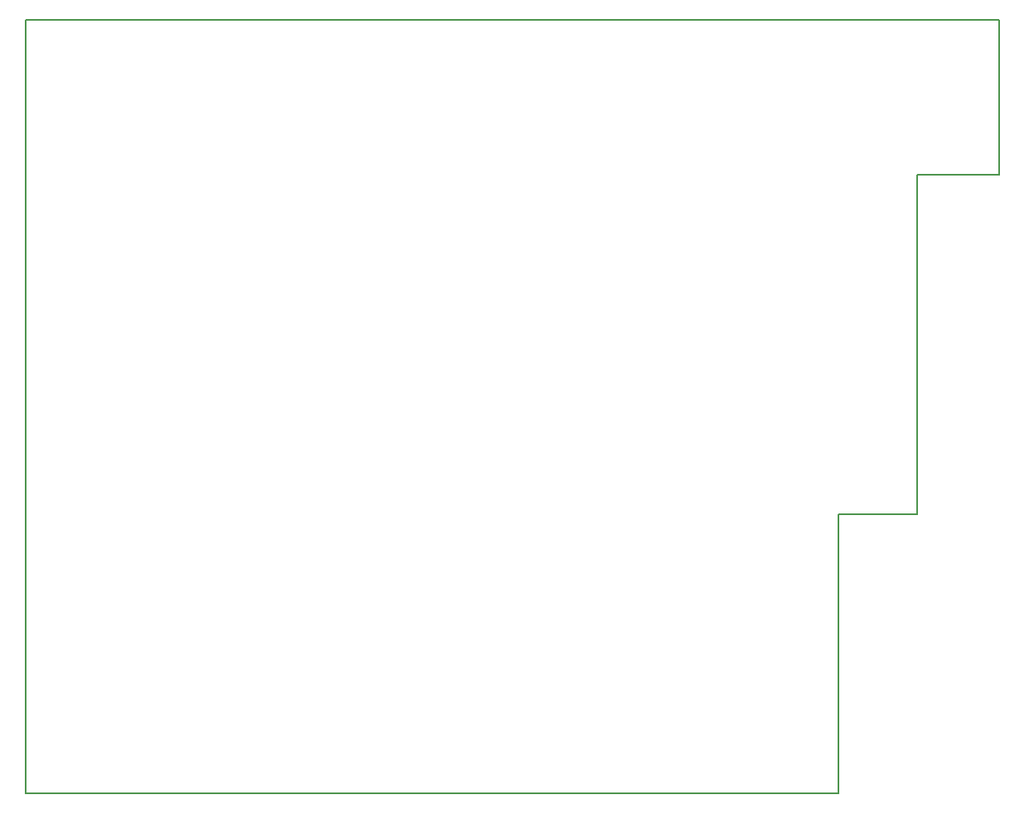
<source format=gko>
G04 #@! TF.GenerationSoftware,KiCad,Pcbnew,(5.0.0-rc2-dev-340-g7483a73a5)*
G04 #@! TF.CreationDate,2018-05-31T20:40:01+02:00*
G04 #@! TF.ProjectId,AudiA6Main,4175646941364D61696E2E6B69636164,rev?*
G04 #@! TF.SameCoordinates,Original*
G04 #@! TF.FileFunction,Profile,NP*
%FSLAX46Y46*%
G04 Gerber Fmt 4.6, Leading zero omitted, Abs format (unit mm)*
G04 Created by KiCad (PCBNEW (5.0.0-rc2-dev-340-g7483a73a5)) date 05/31/18 20:40:01*
%MOMM*%
%LPD*%
G01*
G04 APERTURE LIST*
%ADD10C,0.200000*%
G04 APERTURE END LIST*
D10*
X123100000Y-146600000D02*
X123100000Y-175150000D01*
X131200000Y-146600000D02*
X131200000Y-111850000D01*
X139550000Y-111850000D02*
X139550000Y-96050000D01*
X131200000Y-111850000D02*
X139550000Y-111850000D01*
X131200000Y-146600000D02*
X123100000Y-146600000D01*
X40050000Y-175150000D02*
X123100000Y-175150000D01*
X40050000Y-96050000D02*
X40050000Y-175150000D01*
X139550000Y-96050000D02*
X40050000Y-96050000D01*
M02*

</source>
